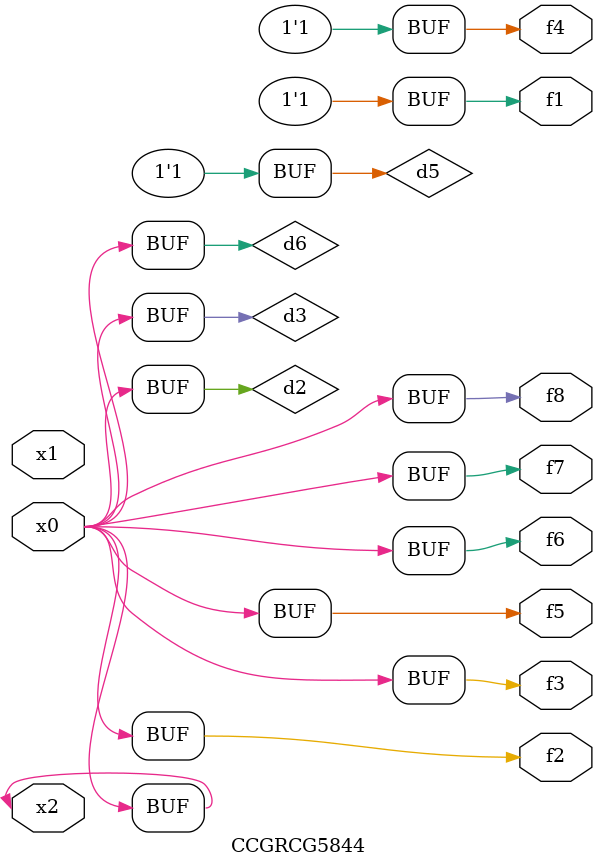
<source format=v>
module CCGRCG5844(
	input x0, x1, x2,
	output f1, f2, f3, f4, f5, f6, f7, f8
);

	wire d1, d2, d3, d4, d5, d6;

	xnor (d1, x2);
	buf (d2, x0, x2);
	and (d3, x0);
	xnor (d4, x1, x2);
	nand (d5, d1, d3);
	buf (d6, d2, d3);
	assign f1 = d5;
	assign f2 = d6;
	assign f3 = d6;
	assign f4 = d5;
	assign f5 = d6;
	assign f6 = d6;
	assign f7 = d6;
	assign f8 = d6;
endmodule

</source>
